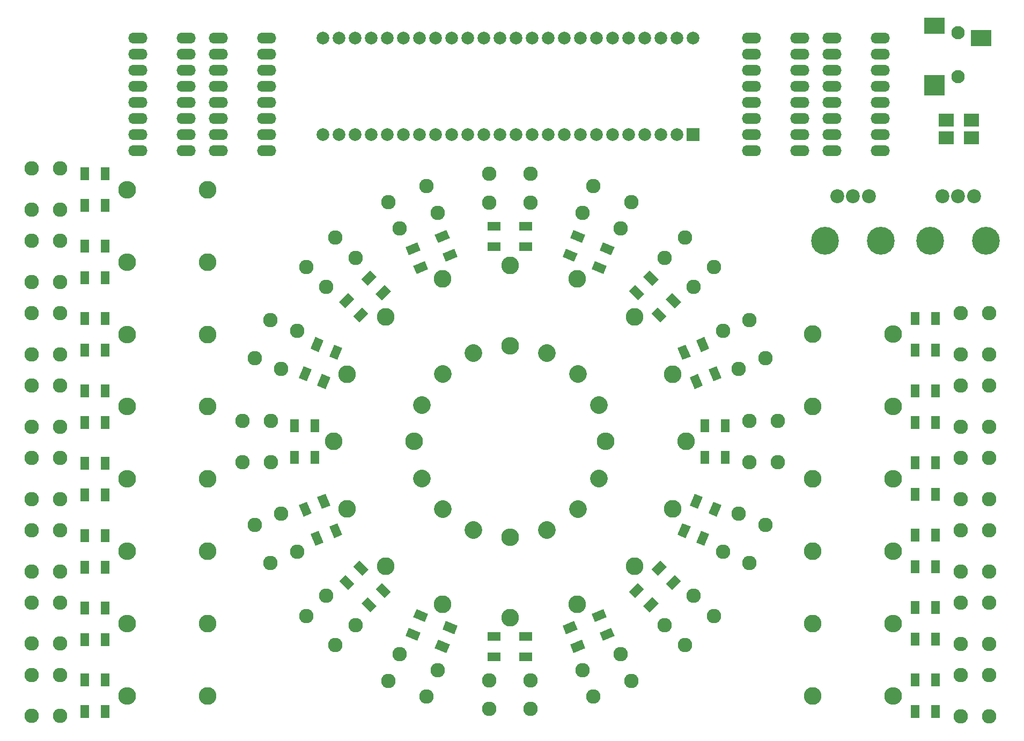
<source format=gts>
G04 #@! TF.FileFunction,Soldermask,Top*
%FSLAX46Y46*%
G04 Gerber Fmt 4.6, Leading zero omitted, Abs format (unit mm)*
G04 Created by KiCad (PCBNEW 4.0.6) date Thursday, 11. October 2018 'u59' 14:59:12*
%MOMM*%
%LPD*%
G01*
G04 APERTURE LIST*
%ADD10C,0.100000*%
%ADD11O,3.041600X1.720800*%
%ADD12C,2.000000*%
%ADD13R,2.000000X2.000000*%
%ADD14C,2.200000*%
%ADD15C,4.400000*%
%ADD16C,2.100000*%
%ADD17R,3.200000X2.600000*%
%ADD18R,3.200000X3.200000*%
%ADD19R,1.400000X2.000000*%
%ADD20R,2.000000X1.400000*%
%ADD21C,2.279600*%
%ADD22R,2.400000X2.000000*%
%ADD23C,2.800000*%
%ADD24O,2.800000X2.800000*%
%ADD25C,2.800000*%
G04 APERTURE END LIST*
D10*
D11*
X191511200Y-40182800D03*
X191511200Y-42722800D03*
X191511200Y-45262800D03*
X191511200Y-47802800D03*
X191511200Y-50342800D03*
X191511200Y-52882800D03*
X191511200Y-55422800D03*
X191511200Y-57962800D03*
X183891200Y-57962800D03*
X183891200Y-55422800D03*
X183891200Y-52882800D03*
X183891200Y-50342800D03*
X183891200Y-47802800D03*
X183891200Y-45262800D03*
X183891200Y-42722800D03*
X183891200Y-40182800D03*
D12*
X134061200Y-55422800D03*
X131521200Y-55422800D03*
X128981200Y-55422800D03*
X126441200Y-55422800D03*
X136601200Y-55422800D03*
X139141200Y-55422800D03*
X141681200Y-55422800D03*
X123901200Y-55422800D03*
X121361200Y-55422800D03*
X118821200Y-55422800D03*
X116281200Y-55422800D03*
X116281200Y-40182800D03*
X118821200Y-40182800D03*
X121361200Y-40182800D03*
X123901200Y-40182800D03*
X126441200Y-40182800D03*
X128981200Y-40182800D03*
X131521200Y-40182800D03*
X134061200Y-40182800D03*
X144221200Y-55422800D03*
X146761200Y-55422800D03*
X149301200Y-55422800D03*
X151841200Y-55422800D03*
X154381200Y-55422800D03*
X156921200Y-55422800D03*
X159461200Y-55422800D03*
X162001200Y-55422800D03*
X164541200Y-55422800D03*
X167081200Y-55422800D03*
X169621200Y-55422800D03*
X172161200Y-55422800D03*
D13*
X174701200Y-55422800D03*
D12*
X136601200Y-40182800D03*
X139141200Y-40182800D03*
X141681200Y-40182800D03*
X144221200Y-40182800D03*
X146761200Y-40182800D03*
X149301200Y-40182800D03*
X151841200Y-40182800D03*
X154381200Y-40182800D03*
X156921200Y-40182800D03*
X159461200Y-40182800D03*
X162001200Y-40182800D03*
X164541200Y-40182800D03*
X167081200Y-40182800D03*
X169621200Y-40182800D03*
X172161200Y-40182800D03*
X174701200Y-40182800D03*
D14*
X202429200Y-65186800D03*
X199929200Y-65186800D03*
X197429200Y-65186800D03*
D15*
X204329200Y-72186800D03*
X195529200Y-72186800D03*
D11*
X204211200Y-40182800D03*
X204211200Y-42722800D03*
X204211200Y-45262800D03*
X204211200Y-47802800D03*
X204211200Y-50342800D03*
X204211200Y-52882800D03*
X204211200Y-55422800D03*
X204211200Y-57962800D03*
X196591200Y-57962800D03*
X196591200Y-55422800D03*
X196591200Y-52882800D03*
X196591200Y-50342800D03*
X196591200Y-47802800D03*
X196591200Y-45262800D03*
X196591200Y-42722800D03*
X196591200Y-40182800D03*
X107391200Y-40182800D03*
X107391200Y-42722800D03*
X107391200Y-45262800D03*
X107391200Y-47802800D03*
X107391200Y-50342800D03*
X107391200Y-52882800D03*
X107391200Y-55422800D03*
X107391200Y-57962800D03*
X99771200Y-57962800D03*
X99771200Y-55422800D03*
X99771200Y-52882800D03*
X99771200Y-50342800D03*
X99771200Y-47802800D03*
X99771200Y-45262800D03*
X99771200Y-42722800D03*
X99771200Y-40182800D03*
D16*
X216484200Y-39293800D03*
D17*
X220184200Y-40193800D03*
X212784200Y-38193800D03*
D18*
X212784200Y-47593800D03*
D16*
X216484200Y-46293800D03*
D11*
X94691200Y-40182800D03*
X94691200Y-42722800D03*
X94691200Y-45262800D03*
X94691200Y-47802800D03*
X94691200Y-50342800D03*
X94691200Y-52882800D03*
X94691200Y-55422800D03*
X94691200Y-57962800D03*
X87071200Y-57962800D03*
X87071200Y-55422800D03*
X87071200Y-52882800D03*
X87071200Y-50342800D03*
X87071200Y-47802800D03*
X87071200Y-45262800D03*
X87071200Y-42722800D03*
X87071200Y-40182800D03*
D10*
G36*
X122334196Y-129448724D02*
X123324146Y-128458774D01*
X124738360Y-129872988D01*
X123748410Y-130862938D01*
X122334196Y-129448724D01*
X122334196Y-129448724D01*
G37*
G36*
X124596938Y-127185982D02*
X125586888Y-126196032D01*
X127001102Y-127610246D01*
X126011152Y-128600196D01*
X124596938Y-127185982D01*
X124596938Y-127185982D01*
G37*
G36*
X118798662Y-125913190D02*
X119788612Y-124923240D01*
X121202826Y-126337454D01*
X120212876Y-127327404D01*
X118798662Y-125913190D01*
X118798662Y-125913190D01*
G37*
G36*
X121061404Y-123650448D02*
X122051354Y-122660498D01*
X123465568Y-124074712D01*
X122475618Y-125064662D01*
X121061404Y-123650448D01*
X121061404Y-123650448D01*
G37*
D19*
X81864000Y-141549600D03*
X78664000Y-141549600D03*
X81864000Y-146549600D03*
X78664000Y-146549600D03*
X81864000Y-130129600D03*
X78664000Y-130129600D03*
X81864000Y-135129600D03*
X78664000Y-135129600D03*
X81864000Y-118709600D03*
X78664000Y-118709600D03*
X81864000Y-123709600D03*
X78664000Y-123709600D03*
X81864000Y-107289600D03*
X78664000Y-107289600D03*
X81864000Y-112289600D03*
X78664000Y-112289600D03*
X81864000Y-95869600D03*
X78664000Y-95869600D03*
X81864000Y-100869600D03*
X78664000Y-100869600D03*
X81864000Y-84449600D03*
X78664000Y-84449600D03*
X81864000Y-89449600D03*
X78664000Y-89449600D03*
X81864000Y-73029600D03*
X78664000Y-73029600D03*
X81864000Y-78029600D03*
X78664000Y-78029600D03*
X81864000Y-61609600D03*
X78664000Y-61609600D03*
X81864000Y-66609600D03*
X78664000Y-66609600D03*
X209728000Y-146518800D03*
X212928000Y-146518800D03*
X209728000Y-141518800D03*
X212928000Y-141518800D03*
X209728000Y-135098800D03*
X212928000Y-135098800D03*
X209728000Y-130098800D03*
X212928000Y-130098800D03*
X209728000Y-123678800D03*
X212928000Y-123678800D03*
X209728000Y-118678800D03*
X212928000Y-118678800D03*
X209728000Y-112258800D03*
X212928000Y-112258800D03*
X209728000Y-107258800D03*
X212928000Y-107258800D03*
X209728000Y-100838800D03*
X212928000Y-100838800D03*
X209728000Y-95838800D03*
X212928000Y-95838800D03*
X209728000Y-89418800D03*
X212928000Y-89418800D03*
X209728000Y-84418800D03*
X212928000Y-84418800D03*
D20*
X148296000Y-137845600D03*
X148296000Y-134645600D03*
X143296000Y-137845600D03*
X143296000Y-134645600D03*
D10*
G36*
X160453281Y-135331717D02*
X159917524Y-134038286D01*
X161765283Y-133272919D01*
X162301040Y-134566350D01*
X160453281Y-135331717D01*
X160453281Y-135331717D01*
G37*
G36*
X159228694Y-132375302D02*
X158692937Y-131081871D01*
X160540696Y-130316504D01*
X161076453Y-131609935D01*
X159228694Y-132375302D01*
X159228694Y-132375302D01*
G37*
G36*
X155833884Y-137245134D02*
X155298127Y-135951703D01*
X157145886Y-135186336D01*
X157681643Y-136479767D01*
X155833884Y-137245134D01*
X155833884Y-137245134D01*
G37*
G36*
X154609297Y-134288719D02*
X154073540Y-132995288D01*
X155921299Y-132229921D01*
X156457056Y-133523352D01*
X154609297Y-134288719D01*
X154609297Y-134288719D01*
G37*
G36*
X171379124Y-127327404D02*
X170389174Y-126337454D01*
X171803388Y-124923240D01*
X172793338Y-125913190D01*
X171379124Y-127327404D01*
X171379124Y-127327404D01*
G37*
G36*
X169116382Y-125064662D02*
X168126432Y-124074712D01*
X169540646Y-122660498D01*
X170530596Y-123650448D01*
X169116382Y-125064662D01*
X169116382Y-125064662D01*
G37*
G36*
X167843590Y-130862938D02*
X166853640Y-129872988D01*
X168267854Y-128458774D01*
X169257804Y-129448724D01*
X167843590Y-130862938D01*
X167843590Y-130862938D01*
G37*
G36*
X165580848Y-128600196D02*
X164590898Y-127610246D01*
X166005112Y-126196032D01*
X166995062Y-127185982D01*
X165580848Y-128600196D01*
X165580848Y-128600196D01*
G37*
G36*
X178410167Y-115751243D02*
X177116736Y-115215486D01*
X177882103Y-113367727D01*
X179175534Y-113903484D01*
X178410167Y-115751243D01*
X178410167Y-115751243D01*
G37*
G36*
X175453752Y-114526656D02*
X174160321Y-113990899D01*
X174925688Y-112143140D01*
X176219119Y-112678897D01*
X175453752Y-114526656D01*
X175453752Y-114526656D01*
G37*
G36*
X176496750Y-120370640D02*
X175203319Y-119834883D01*
X175968686Y-117987124D01*
X177262117Y-118522881D01*
X176496750Y-120370640D01*
X176496750Y-120370640D01*
G37*
G36*
X173540335Y-119146053D02*
X172246904Y-118610296D01*
X173012271Y-116762537D01*
X174305702Y-117298294D01*
X173540335Y-119146053D01*
X173540335Y-119146053D01*
G37*
D19*
X179776000Y-101365600D03*
X176576000Y-101365600D03*
X179776000Y-106365600D03*
X176576000Y-106365600D03*
D10*
G36*
X177262117Y-89208319D02*
X175968686Y-89744076D01*
X175203319Y-87896317D01*
X176496750Y-87360560D01*
X177262117Y-89208319D01*
X177262117Y-89208319D01*
G37*
G36*
X174305702Y-90432906D02*
X173012271Y-90968663D01*
X172246904Y-89120904D01*
X173540335Y-88585147D01*
X174305702Y-90432906D01*
X174305702Y-90432906D01*
G37*
G36*
X179175534Y-93827716D02*
X177882103Y-94363473D01*
X177116736Y-92515714D01*
X178410167Y-91979957D01*
X179175534Y-93827716D01*
X179175534Y-93827716D01*
G37*
G36*
X176219119Y-95052303D02*
X174925688Y-95588060D01*
X174160321Y-93740301D01*
X175453752Y-93204544D01*
X176219119Y-95052303D01*
X176219119Y-95052303D01*
G37*
G36*
X169257804Y-78282476D02*
X168267854Y-79272426D01*
X166853640Y-77858212D01*
X167843590Y-76868262D01*
X169257804Y-78282476D01*
X169257804Y-78282476D01*
G37*
G36*
X166995062Y-80545218D02*
X166005112Y-81535168D01*
X164590898Y-80120954D01*
X165580848Y-79131004D01*
X166995062Y-80545218D01*
X166995062Y-80545218D01*
G37*
G36*
X172793338Y-81818010D02*
X171803388Y-82807960D01*
X170389174Y-81393746D01*
X171379124Y-80403796D01*
X172793338Y-81818010D01*
X172793338Y-81818010D01*
G37*
G36*
X170530596Y-84080752D02*
X169540646Y-85070702D01*
X168126432Y-83656488D01*
X169116382Y-82666538D01*
X170530596Y-84080752D01*
X170530596Y-84080752D01*
G37*
G36*
X157681643Y-71251433D02*
X157145886Y-72544864D01*
X155298127Y-71779497D01*
X155833884Y-70486066D01*
X157681643Y-71251433D01*
X157681643Y-71251433D01*
G37*
G36*
X156457056Y-74207848D02*
X155921299Y-75501279D01*
X154073540Y-74735912D01*
X154609297Y-73442481D01*
X156457056Y-74207848D01*
X156457056Y-74207848D01*
G37*
G36*
X162301040Y-73164850D02*
X161765283Y-74458281D01*
X159917524Y-73692914D01*
X160453281Y-72399483D01*
X162301040Y-73164850D01*
X162301040Y-73164850D01*
G37*
G36*
X161076453Y-76121265D02*
X160540696Y-77414696D01*
X158692937Y-76649329D01*
X159228694Y-75355898D01*
X161076453Y-76121265D01*
X161076453Y-76121265D01*
G37*
D20*
X143296000Y-69885600D03*
X143296000Y-73085600D03*
X148296000Y-69885600D03*
X148296000Y-73085600D03*
D10*
G36*
X131138719Y-72399483D02*
X131674476Y-73692914D01*
X129826717Y-74458281D01*
X129290960Y-73164850D01*
X131138719Y-72399483D01*
X131138719Y-72399483D01*
G37*
G36*
X132363306Y-75355898D02*
X132899063Y-76649329D01*
X131051304Y-77414696D01*
X130515547Y-76121265D01*
X132363306Y-75355898D01*
X132363306Y-75355898D01*
G37*
G36*
X135758116Y-70486066D02*
X136293873Y-71779497D01*
X134446114Y-72544864D01*
X133910357Y-71251433D01*
X135758116Y-70486066D01*
X135758116Y-70486066D01*
G37*
G36*
X136982703Y-73442481D02*
X137518460Y-74735912D01*
X135670701Y-75501279D01*
X135134944Y-74207848D01*
X136982703Y-73442481D01*
X136982703Y-73442481D01*
G37*
G36*
X120212876Y-80403796D02*
X121202826Y-81393746D01*
X119788612Y-82807960D01*
X118798662Y-81818010D01*
X120212876Y-80403796D01*
X120212876Y-80403796D01*
G37*
G36*
X122475618Y-82666538D02*
X123465568Y-83656488D01*
X122051354Y-85070702D01*
X121061404Y-84080752D01*
X122475618Y-82666538D01*
X122475618Y-82666538D01*
G37*
G36*
X123748410Y-76868262D02*
X124738360Y-77858212D01*
X123324146Y-79272426D01*
X122334196Y-78282476D01*
X123748410Y-76868262D01*
X123748410Y-76868262D01*
G37*
G36*
X126011152Y-79131004D02*
X127001102Y-80120954D01*
X125586888Y-81535168D01*
X124596938Y-80545218D01*
X126011152Y-79131004D01*
X126011152Y-79131004D01*
G37*
G36*
X113181833Y-91979957D02*
X114475264Y-92515714D01*
X113709897Y-94363473D01*
X112416466Y-93827716D01*
X113181833Y-91979957D01*
X113181833Y-91979957D01*
G37*
G36*
X116138248Y-93204544D02*
X117431679Y-93740301D01*
X116666312Y-95588060D01*
X115372881Y-95052303D01*
X116138248Y-93204544D01*
X116138248Y-93204544D01*
G37*
G36*
X115095250Y-87360560D02*
X116388681Y-87896317D01*
X115623314Y-89744076D01*
X114329883Y-89208319D01*
X115095250Y-87360560D01*
X115095250Y-87360560D01*
G37*
G36*
X118051665Y-88585147D02*
X119345096Y-89120904D01*
X118579729Y-90968663D01*
X117286298Y-90432906D01*
X118051665Y-88585147D01*
X118051665Y-88585147D01*
G37*
D19*
X111816000Y-106365600D03*
X115016000Y-106365600D03*
X111816000Y-101365600D03*
X115016000Y-101365600D03*
D10*
G36*
X114329883Y-118522881D02*
X115623314Y-117987124D01*
X116388681Y-119834883D01*
X115095250Y-120370640D01*
X114329883Y-118522881D01*
X114329883Y-118522881D01*
G37*
G36*
X117286298Y-117298294D02*
X118579729Y-116762537D01*
X119345096Y-118610296D01*
X118051665Y-119146053D01*
X117286298Y-117298294D01*
X117286298Y-117298294D01*
G37*
G36*
X112416466Y-113903484D02*
X113709897Y-113367727D01*
X114475264Y-115215486D01*
X113181833Y-115751243D01*
X112416466Y-113903484D01*
X112416466Y-113903484D01*
G37*
G36*
X115372881Y-112678897D02*
X116666312Y-112143140D01*
X117431679Y-113990899D01*
X116138248Y-114526656D01*
X115372881Y-112678897D01*
X115372881Y-112678897D01*
G37*
G36*
X133910357Y-136479767D02*
X134446114Y-135186336D01*
X136293873Y-135951703D01*
X135758116Y-137245134D01*
X133910357Y-136479767D01*
X133910357Y-136479767D01*
G37*
G36*
X135134944Y-133523352D02*
X135670701Y-132229921D01*
X137518460Y-132995288D01*
X136982703Y-134288719D01*
X135134944Y-133523352D01*
X135134944Y-133523352D01*
G37*
G36*
X129290960Y-134566350D02*
X129826717Y-133272919D01*
X131674476Y-134038286D01*
X131138719Y-135331717D01*
X129290960Y-134566350D01*
X129290960Y-134566350D01*
G37*
G36*
X130515547Y-131609935D02*
X131051304Y-130316504D01*
X132899063Y-131081871D01*
X132363306Y-132375302D01*
X130515547Y-131609935D01*
X130515547Y-131609935D01*
G37*
D21*
X142544800Y-141605000D03*
X149047200Y-141605000D03*
X142544800Y-146126200D03*
X149047200Y-146126200D03*
X157234526Y-139976439D03*
X163241960Y-137488079D03*
X158964714Y-144153483D03*
X164972148Y-141665123D03*
X170182840Y-132850331D03*
X174780731Y-128252440D03*
X173379811Y-136047302D03*
X177977702Y-131449411D03*
X179418479Y-121311560D03*
X181906839Y-115304126D03*
X183595523Y-123041748D03*
X186083883Y-117034314D03*
X183535400Y-107116800D03*
X183535400Y-100614400D03*
X188056600Y-107116800D03*
X188056600Y-100614400D03*
X181906839Y-92427074D03*
X179418479Y-86419640D03*
X186083883Y-90696886D03*
X183595523Y-84689452D03*
X174780731Y-79478760D03*
X170182840Y-74880869D03*
X177977702Y-76281789D03*
X173379811Y-71683898D03*
X163241960Y-70243121D03*
X157234526Y-67754761D03*
X164972148Y-66066077D03*
X158964714Y-63577717D03*
X149047200Y-66126200D03*
X142544800Y-66126200D03*
X149047200Y-61605000D03*
X142544800Y-61605000D03*
X134357474Y-67754761D03*
X128350040Y-70243121D03*
X132627286Y-63577717D03*
X126619852Y-66066077D03*
X121409160Y-74880869D03*
X116811269Y-79478760D03*
X118212189Y-71683898D03*
X113614298Y-76281789D03*
X112173521Y-86419640D03*
X109685161Y-92427074D03*
X107996477Y-84689452D03*
X105508117Y-90696886D03*
X108056600Y-100614400D03*
X108056600Y-107116800D03*
X103535400Y-100614400D03*
X103535400Y-107116800D03*
X109685161Y-115304126D03*
X112173521Y-121311560D03*
X105508117Y-117034314D03*
X107996477Y-123041748D03*
X116811269Y-128252440D03*
X121409160Y-132850331D03*
X113614298Y-131449411D03*
X118212189Y-136047302D03*
X128350040Y-137488079D03*
X134357474Y-139976439D03*
X126619852Y-141665123D03*
X132627286Y-144153483D03*
X74808080Y-60777120D03*
X74808080Y-67279520D03*
X70286880Y-60777120D03*
X70286880Y-67279520D03*
X74808080Y-72197120D03*
X74808080Y-78699520D03*
X70286880Y-72197120D03*
X70286880Y-78699520D03*
X74808080Y-83617120D03*
X74808080Y-90119520D03*
X70286880Y-83617120D03*
X70286880Y-90119520D03*
X74808080Y-95037120D03*
X74808080Y-101539520D03*
X70286880Y-95037120D03*
X70286880Y-101539520D03*
X74808080Y-106457120D03*
X74808080Y-112959520D03*
X70286880Y-106457120D03*
X70286880Y-112959520D03*
X74808080Y-117877120D03*
X74808080Y-124379520D03*
X70286880Y-117877120D03*
X70286880Y-124379520D03*
X74808080Y-129297120D03*
X74808080Y-135799520D03*
X70286880Y-129297120D03*
X70286880Y-135799520D03*
X74808080Y-140717120D03*
X74808080Y-147219520D03*
X70286880Y-140717120D03*
X70286880Y-147219520D03*
X216910920Y-90139520D03*
X216910920Y-83637120D03*
X221432120Y-90139520D03*
X221432120Y-83637120D03*
X216910920Y-101559520D03*
X216910920Y-95057120D03*
X221432120Y-101559520D03*
X221432120Y-95057120D03*
X216910920Y-112979520D03*
X216910920Y-106477120D03*
X221432120Y-112979520D03*
X221432120Y-106477120D03*
X216910920Y-124399520D03*
X216910920Y-117897120D03*
X221432120Y-124399520D03*
X221432120Y-117897120D03*
X216910920Y-135819520D03*
X216910920Y-129317120D03*
X221432120Y-135819520D03*
X221432120Y-129317120D03*
X216910920Y-147239520D03*
X216910920Y-140737120D03*
X221432120Y-147239520D03*
X221432120Y-140737120D03*
D22*
X218611200Y-55930800D03*
X214611200Y-55930800D03*
X218611200Y-53136800D03*
X214611200Y-53136800D03*
D23*
X145796000Y-76057600D03*
D24*
X145796000Y-88757600D03*
D23*
X156437661Y-78174358D03*
D25*
X151577581Y-89907628D02*
X151577581Y-89907628D01*
D23*
X165459225Y-84202375D03*
D25*
X156478969Y-93182631D02*
X156478969Y-93182631D01*
D23*
X171487242Y-93223939D03*
D25*
X159753972Y-98084019D02*
X159753972Y-98084019D01*
D23*
X173604000Y-103865600D03*
D24*
X160904000Y-103865600D03*
D23*
X171487242Y-114507261D03*
D25*
X159753972Y-109647181D02*
X159753972Y-109647181D01*
D23*
X165459225Y-123528825D03*
D25*
X156478969Y-114548569D02*
X156478969Y-114548569D01*
D23*
X156437661Y-129556842D03*
D25*
X151577581Y-117823572D02*
X151577581Y-117823572D01*
D23*
X145796000Y-131673600D03*
D24*
X145796000Y-118973600D03*
D23*
X135154339Y-129556842D03*
D25*
X140014419Y-117823572D02*
X140014419Y-117823572D01*
D23*
X126132775Y-123528825D03*
D25*
X135113031Y-114548569D02*
X135113031Y-114548569D01*
D23*
X120104758Y-114507261D03*
D25*
X131838028Y-109647181D02*
X131838028Y-109647181D01*
D23*
X117988000Y-103865600D03*
D24*
X130688000Y-103865600D03*
D23*
X120104758Y-93223939D03*
D25*
X131838028Y-98084019D02*
X131838028Y-98084019D01*
D23*
X126132775Y-84202375D03*
D25*
X135113031Y-93182631D02*
X135113031Y-93182631D01*
D23*
X135154339Y-78174358D03*
D25*
X140014419Y-89907628D02*
X140014419Y-89907628D01*
D23*
X98044000Y-64109600D03*
D24*
X85344000Y-64109600D03*
D23*
X98044000Y-75529600D03*
D24*
X85344000Y-75529600D03*
D23*
X98044000Y-86949600D03*
D24*
X85344000Y-86949600D03*
D23*
X98044000Y-98369600D03*
D24*
X85344000Y-98369600D03*
D23*
X98044000Y-109789600D03*
D24*
X85344000Y-109789600D03*
D23*
X98044000Y-121209600D03*
D24*
X85344000Y-121209600D03*
D23*
X98044000Y-132629600D03*
D24*
X85344000Y-132629600D03*
D23*
X98044000Y-144049600D03*
D24*
X85344000Y-144049600D03*
D23*
X193548000Y-144018800D03*
D24*
X206248000Y-144018800D03*
D23*
X193548000Y-132598800D03*
D24*
X206248000Y-132598800D03*
D23*
X193548000Y-121178800D03*
D24*
X206248000Y-121178800D03*
D23*
X193548000Y-109758800D03*
D24*
X206248000Y-109758800D03*
D23*
X193548000Y-98338800D03*
D24*
X206248000Y-98338800D03*
D23*
X193548000Y-86918800D03*
D24*
X206248000Y-86918800D03*
D14*
X219029200Y-65186800D03*
X216529200Y-65186800D03*
X214029200Y-65186800D03*
D15*
X220929200Y-72186800D03*
X212129200Y-72186800D03*
M02*

</source>
